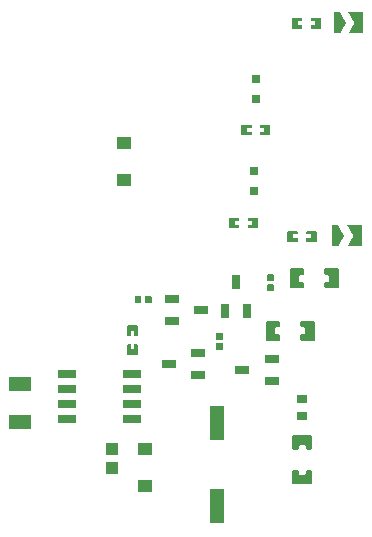
<source format=gtp>
G04 Layer: TopPasteMaskLayer*
G04 EasyEDA v6.5.39, 2024-01-10 16:20:09*
G04 85b321e934e241e88075cb939218c85a,3d9c8b04885e45b7839bd8e85c0fd600,10*
G04 Gerber Generator version 0.2*
G04 Scale: 100 percent, Rotated: No, Reflected: No *
G04 Dimensions in millimeters *
G04 leading zeros omitted , absolute positions ,4 integer and 5 decimal *
%FSLAX45Y45*%
%MOMM*%

%AMMACRO1*21,1,$1,$2,0,0,$3*%
%AMMACRO2*4,1,5,-0.508,0.889,0,0.889,0.508,0,0,-0.889,-0.508,-0.889,-0.508,0.889,0*%
%AMMACRO3*4,1,5,0.635,0.889,-0.635,0.889,-0.127,0,-0.635,-0.889,0.635,-0.889,0.635,0.889,0*%
%ADD10R,1.2500X0.7000*%
%ADD11R,0.7000X1.2500*%
%ADD12R,1.1000X1.0000*%
%ADD13R,1.2000X1.0000*%
%ADD14R,0.9000X0.8000*%
%ADD15R,1.9000X1.2000*%
%ADD16MACRO1,2.9007X1.1989X90.0000*%
%ADD17R,1.5500X0.6500*%
%ADD18R,0.8000X0.8000*%
%ADD19MACRO2*%
%ADD20MACRO3*%

%LPD*%
G36*
X4110685Y656539D02*
G01*
X4100677Y646531D01*
X4100677Y610412D01*
X4110685Y600405D01*
X4131767Y600405D01*
X4141774Y590397D01*
X4141774Y552602D01*
X4131767Y542594D01*
X4110685Y542594D01*
X4100677Y532587D01*
X4100677Y496468D01*
X4110685Y486460D01*
X4211472Y486460D01*
X4221429Y496468D01*
X4221429Y646531D01*
X4211472Y656539D01*
G37*
G36*
X3814927Y656539D02*
G01*
X3804970Y646531D01*
X3804970Y496468D01*
X3814927Y486460D01*
X3915714Y486460D01*
X3925722Y496468D01*
X3925722Y532587D01*
X3915714Y542594D01*
X3894632Y542594D01*
X3884625Y552602D01*
X3884625Y590397D01*
X3894632Y600405D01*
X3915714Y600405D01*
X3925722Y610412D01*
X3925722Y646531D01*
X3915714Y656539D01*
G37*
G36*
X4313885Y1101039D02*
G01*
X4303877Y1091031D01*
X4303877Y1054912D01*
X4313885Y1044905D01*
X4334967Y1044905D01*
X4344974Y1034897D01*
X4344974Y997102D01*
X4334967Y987094D01*
X4313885Y987094D01*
X4303877Y977087D01*
X4303877Y940968D01*
X4313885Y930960D01*
X4414672Y930960D01*
X4424629Y940968D01*
X4424629Y1091031D01*
X4414672Y1101039D01*
G37*
G36*
X4018127Y1101039D02*
G01*
X4008170Y1091031D01*
X4008170Y940968D01*
X4018127Y930960D01*
X4118914Y930960D01*
X4128922Y940968D01*
X4128922Y977087D01*
X4118914Y987094D01*
X4097832Y987094D01*
X4087825Y997102D01*
X4087825Y1034897D01*
X4097832Y1044905D01*
X4118914Y1044905D01*
X4128922Y1054912D01*
X4128922Y1091031D01*
X4118914Y1101039D01*
G37*
G36*
X4039768Y-312470D02*
G01*
X4029760Y-322427D01*
X4029760Y-423214D01*
X4039768Y-433222D01*
X4075887Y-433222D01*
X4085894Y-423214D01*
X4085894Y-402132D01*
X4095902Y-392125D01*
X4133697Y-392125D01*
X4143705Y-402132D01*
X4143705Y-423214D01*
X4153712Y-433222D01*
X4189831Y-433222D01*
X4199839Y-423214D01*
X4199839Y-322427D01*
X4189831Y-312470D01*
G37*
G36*
X4039768Y-608177D02*
G01*
X4029760Y-618185D01*
X4029760Y-718972D01*
X4039768Y-728929D01*
X4189831Y-728929D01*
X4199839Y-718972D01*
X4199839Y-618185D01*
X4189831Y-608177D01*
X4153712Y-608177D01*
X4143705Y-618185D01*
X4143705Y-639267D01*
X4133697Y-649274D01*
X4095902Y-649274D01*
X4085894Y-639267D01*
X4085894Y-618185D01*
X4075887Y-608177D01*
G37*
G36*
X3601618Y2318308D02*
G01*
X3596589Y2313279D01*
X3596589Y2233320D01*
X3601618Y2228291D01*
X3681577Y2228291D01*
X3686606Y2233320D01*
X3686606Y2256078D01*
X3649624Y2256078D01*
X3649624Y2289098D01*
X3686606Y2289098D01*
X3686606Y2313279D01*
X3681577Y2318308D01*
G37*
G36*
X3761587Y2318308D02*
G01*
X3756609Y2313279D01*
X3756609Y2289098D01*
X3794607Y2289098D01*
X3794607Y2256078D01*
X3756609Y2256078D01*
X3756609Y2233320D01*
X3761587Y2228291D01*
X3840581Y2228291D01*
X3845610Y2233320D01*
X3845610Y2313279D01*
X3840581Y2318308D01*
G37*
G36*
X4192422Y3220008D02*
G01*
X4187393Y3214979D01*
X4187393Y3192221D01*
X4224375Y3192221D01*
X4224375Y3159201D01*
X4187393Y3159201D01*
X4187393Y3135020D01*
X4192422Y3129991D01*
X4272381Y3129991D01*
X4277410Y3135020D01*
X4277410Y3214979D01*
X4272381Y3220008D01*
G37*
G36*
X4033418Y3220008D02*
G01*
X4028389Y3214979D01*
X4028389Y3135020D01*
X4033418Y3129991D01*
X4112412Y3129991D01*
X4117390Y3135020D01*
X4117390Y3159201D01*
X4079392Y3159201D01*
X4079392Y3192221D01*
X4117390Y3192221D01*
X4117390Y3214979D01*
X4112412Y3220008D01*
G37*
G36*
X3659022Y1530908D02*
G01*
X3653993Y1525879D01*
X3653993Y1503121D01*
X3690975Y1503121D01*
X3690975Y1470101D01*
X3653993Y1470101D01*
X3653993Y1445920D01*
X3659022Y1440891D01*
X3738981Y1440891D01*
X3744010Y1445920D01*
X3744010Y1525879D01*
X3738981Y1530908D01*
G37*
G36*
X3500018Y1530908D02*
G01*
X3494989Y1525879D01*
X3494989Y1445920D01*
X3500018Y1440891D01*
X3579012Y1440891D01*
X3583990Y1445920D01*
X3583990Y1470101D01*
X3545992Y1470101D01*
X3545992Y1503121D01*
X3583990Y1503121D01*
X3583990Y1525879D01*
X3579012Y1530908D01*
G37*
G36*
X4154322Y1416608D02*
G01*
X4149293Y1411579D01*
X4149293Y1388821D01*
X4186275Y1388821D01*
X4186275Y1355801D01*
X4149293Y1355801D01*
X4149293Y1331620D01*
X4154322Y1326591D01*
X4234281Y1326591D01*
X4239310Y1331620D01*
X4239310Y1411579D01*
X4234281Y1416608D01*
G37*
G36*
X3995318Y1416608D02*
G01*
X3990289Y1411579D01*
X3990289Y1331620D01*
X3995318Y1326591D01*
X4074312Y1326591D01*
X4079290Y1331620D01*
X4079290Y1355801D01*
X4041292Y1355801D01*
X4041292Y1388821D01*
X4079290Y1388821D01*
X4079290Y1411579D01*
X4074312Y1416608D01*
G37*
G36*
X2786126Y865225D02*
G01*
X2782112Y861212D01*
X2782112Y815187D01*
X2786126Y811174D01*
X2836164Y811174D01*
X2840177Y815187D01*
X2840177Y861212D01*
X2836164Y865225D01*
G37*
G36*
X2701036Y865225D02*
G01*
X2697022Y861212D01*
X2697022Y815187D01*
X2701036Y811174D01*
X2751074Y811174D01*
X2755087Y815187D01*
X2755087Y861212D01*
X2751074Y865225D01*
G37*
G36*
X2639720Y619810D02*
G01*
X2634691Y614781D01*
X2634691Y534822D01*
X2639720Y529793D01*
X2662478Y529793D01*
X2662478Y566826D01*
X2695498Y566826D01*
X2695498Y529793D01*
X2719679Y529793D01*
X2724708Y534822D01*
X2724708Y614781D01*
X2719679Y619810D01*
G37*
G36*
X2639720Y459790D02*
G01*
X2634691Y454812D01*
X2634691Y375818D01*
X2639720Y370789D01*
X2719679Y370789D01*
X2724708Y375818D01*
X2724708Y454812D01*
X2719679Y459790D01*
X2695498Y459790D01*
X2695498Y421792D01*
X2662478Y421792D01*
X2662478Y459790D01*
G37*
G36*
X3825087Y964387D02*
G01*
X3821074Y960424D01*
X3821074Y910336D01*
X3825087Y906322D01*
X3871112Y906322D01*
X3875125Y910336D01*
X3875125Y960424D01*
X3871112Y964387D01*
G37*
G36*
X3825087Y1049477D02*
G01*
X3821074Y1045464D01*
X3821074Y995375D01*
X3825087Y991412D01*
X3871112Y991412D01*
X3875125Y995375D01*
X3875125Y1045464D01*
X3871112Y1049477D01*
G37*
G36*
X3393287Y554177D02*
G01*
X3389274Y550164D01*
X3389274Y500075D01*
X3393287Y496112D01*
X3439312Y496112D01*
X3443325Y500075D01*
X3443325Y550164D01*
X3439312Y554177D01*
G37*
G36*
X3393287Y469087D02*
G01*
X3389274Y465124D01*
X3389274Y415035D01*
X3393287Y411022D01*
X3439312Y411022D01*
X3443325Y415035D01*
X3443325Y465124D01*
X3439312Y469087D01*
G37*
D10*
G01*
X3608831Y241300D03*
G01*
X3858768Y336295D03*
G01*
X3858768Y146304D03*
D11*
G01*
X3556000Y988568D03*
G01*
X3650995Y738631D03*
G01*
X3461004Y738631D03*
D10*
G01*
X3261868Y749300D03*
G01*
X3011931Y654304D03*
G01*
X3011931Y844295D03*
G01*
X2986531Y292100D03*
G01*
X3236468Y387095D03*
G01*
X3236468Y197104D03*
D12*
G01*
X2501976Y-427989D03*
G01*
X2501976Y-587984D03*
D13*
G01*
X2781300Y-739190D03*
G01*
X2781300Y-429209D03*
G01*
X2603500Y1851609D03*
G01*
X2603500Y2161590D03*
D14*
G01*
X4114800Y-146202D03*
G01*
X4114800Y-6197D03*
D15*
G01*
X1727200Y121894D03*
G01*
X1727200Y-198120D03*
D16*
G01*
X3391407Y-208788D03*
G01*
X3390392Y-908811D03*
D17*
G01*
X2128291Y203200D03*
G01*
X2128291Y76200D03*
G01*
X2128291Y-50800D03*
G01*
X2128291Y-177800D03*
G01*
X2672308Y-177800D03*
G01*
X2672308Y-50800D03*
G01*
X2672308Y76200D03*
G01*
X2672308Y203200D03*
D18*
G01*
X3708400Y1926589D03*
G01*
X3708400Y1756410D03*
G01*
X3721100Y2701289D03*
G01*
X3721100Y2531110D03*
D19*
G01*
X4419600Y1371600D03*
D20*
G01*
X4559300Y1371600D03*
D19*
G01*
X4432300Y3175000D03*
D20*
G01*
X4572000Y3175000D03*
M02*

</source>
